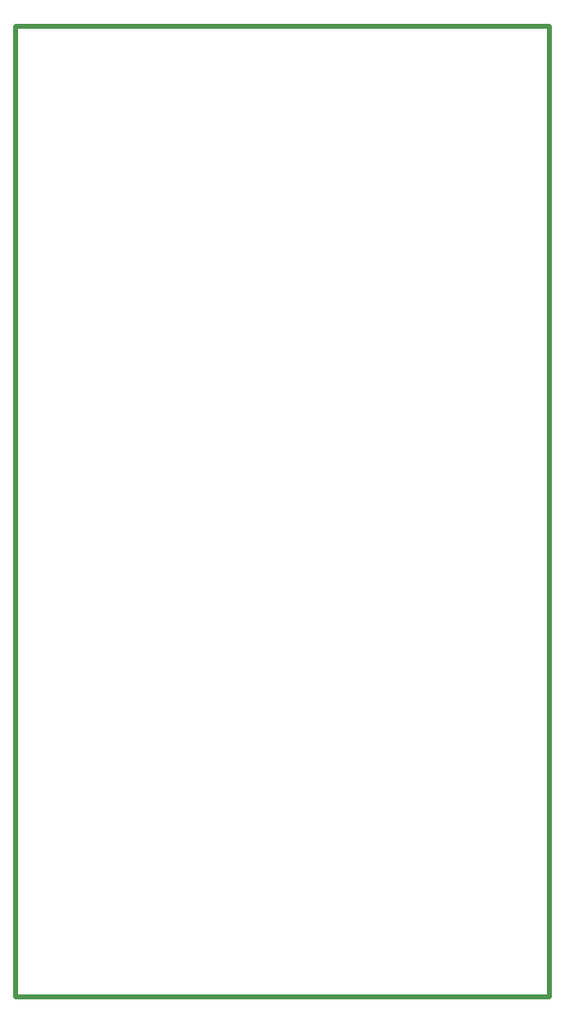
<source format=gm1>
G04 #@! TF.GenerationSoftware,KiCad,Pcbnew,(6.0.2)*
G04 #@! TF.CreationDate,2022-06-11T16:39:15+02:00*
G04 #@! TF.ProjectId,cartteFille,63617274-7465-4466-996c-6c652e6b6963,rev?*
G04 #@! TF.SameCoordinates,Original*
G04 #@! TF.FileFunction,Profile,NP*
%FSLAX46Y46*%
G04 Gerber Fmt 4.6, Leading zero omitted, Abs format (unit mm)*
G04 Created by KiCad (PCBNEW (6.0.2)) date 2022-06-11 16:39:15*
%MOMM*%
%LPD*%
G01*
G04 APERTURE LIST*
G04 #@! TA.AperFunction,Profile*
%ADD10C,0.500000*%
G04 #@! TD*
G04 APERTURE END LIST*
D10*
X2500000Y0D02*
X57500000Y0D01*
X57500000Y0D02*
X57500000Y-100000000D01*
X57500000Y-100000000D02*
X2500000Y-100000000D01*
X2500000Y-100000000D02*
X2500000Y0D01*
M02*

</source>
